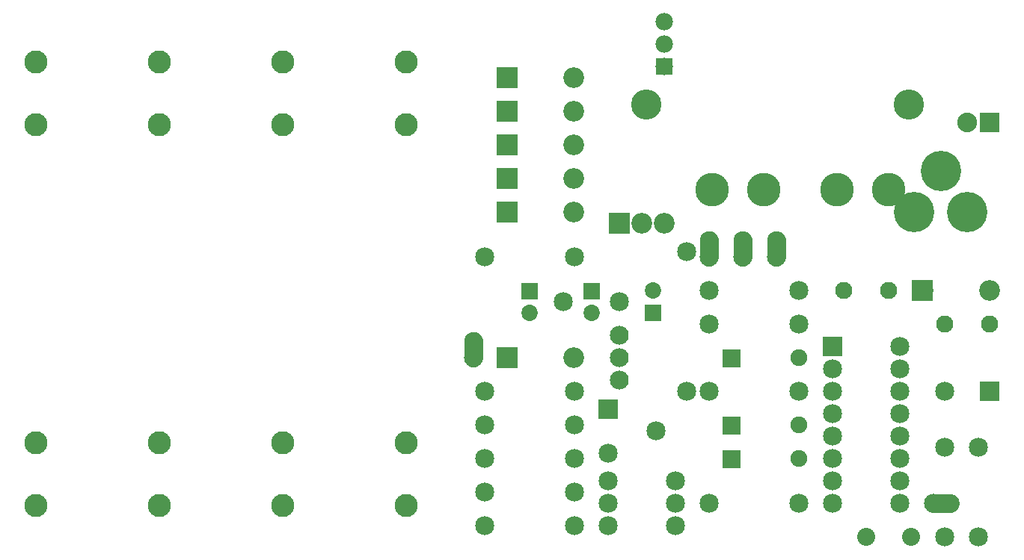
<source format=gbs>
G04 MADE WITH FRITZING*
G04 WWW.FRITZING.ORG*
G04 DOUBLE SIDED*
G04 HOLES PLATED*
G04 CONTOUR ON CENTER OF CONTOUR VECTOR*
%ASAXBY*%
%FSLAX23Y23*%
%MOIN*%
%OFA0B0*%
%SFA1.0B1.0*%
%ADD10C,0.092000*%
%ADD11C,0.080000*%
%ADD12C,0.076555*%
%ADD13C,0.085000*%
%ADD14C,0.078002*%
%ADD15C,0.134994*%
%ADD16C,0.088000*%
%ADD17C,0.084000*%
%ADD18C,0.180000*%
%ADD19C,0.150000*%
%ADD20C,0.075000*%
%ADD21C,0.103000*%
%ADD22C,0.072992*%
%ADD23R,0.092000X0.092000*%
%ADD24R,0.078002X0.078000*%
%ADD25R,0.088000X0.088000*%
%ADD26R,0.085000X0.085000*%
%ADD27R,0.082000X0.082000*%
%ADD28R,0.072992X0.072992*%
%ADD29R,0.001000X0.001000*%
%LNMASK0*%
G90*
G70*
G54D10*
X4302Y1288D03*
X4600Y1288D03*
X2450Y2238D03*
X2748Y2238D03*
G54D11*
X4250Y188D03*
X4050Y188D03*
G54D12*
X4151Y1288D03*
X3950Y1288D03*
X4601Y1138D03*
X4400Y1138D03*
G54D13*
X2700Y1238D03*
X2950Y1238D03*
G54D14*
X3150Y2288D03*
X3150Y2388D03*
X3150Y2488D03*
G54D15*
X4240Y2118D03*
X3070Y2118D03*
G54D16*
X4600Y2038D03*
X4500Y2038D03*
G54D13*
X3250Y1463D03*
X3250Y838D03*
G54D10*
X2450Y988D03*
X2748Y988D03*
G54D17*
X2950Y1088D03*
X2950Y988D03*
X2950Y888D03*
G54D18*
X4264Y1638D03*
X4500Y1638D03*
X4382Y1823D03*
G54D13*
X2750Y238D03*
X2350Y238D03*
X3350Y1138D03*
X3750Y1138D03*
G54D17*
X3350Y1438D03*
X3350Y1438D03*
X3350Y1438D03*
X4350Y338D03*
X4350Y338D03*
X4350Y338D03*
X2300Y988D03*
X2300Y988D03*
X2300Y988D03*
X3500Y1438D03*
X3500Y1438D03*
X3500Y1438D03*
X3650Y1438D03*
X3650Y1438D03*
X3650Y1438D03*
G54D13*
X2900Y760D03*
X3112Y661D03*
X2900Y563D03*
G54D19*
X4150Y1738D03*
X3920Y1738D03*
X3363Y1738D03*
X3593Y1738D03*
G54D13*
X4600Y838D03*
X4400Y838D03*
X3900Y1038D03*
X4200Y1038D03*
X3900Y938D03*
X4200Y938D03*
X3900Y838D03*
X4200Y838D03*
X3900Y738D03*
X4200Y738D03*
X3900Y638D03*
X4200Y638D03*
X3900Y538D03*
X4200Y538D03*
X3900Y438D03*
X4200Y438D03*
X3900Y338D03*
X4200Y338D03*
G54D20*
X3450Y538D03*
X3750Y538D03*
X3450Y688D03*
X3750Y688D03*
X3450Y988D03*
X3750Y988D03*
G54D13*
X4550Y588D03*
X4550Y188D03*
X4400Y588D03*
X4400Y188D03*
G54D10*
X2450Y1638D03*
X2748Y1638D03*
X2450Y1788D03*
X2748Y1788D03*
X2450Y1938D03*
X2748Y1938D03*
X2450Y2088D03*
X2748Y2088D03*
G54D21*
X1450Y328D03*
X1450Y608D03*
X1450Y2308D03*
X1450Y2028D03*
X350Y328D03*
X350Y608D03*
X350Y2308D03*
X350Y2028D03*
X900Y328D03*
X900Y608D03*
X900Y2308D03*
X900Y2028D03*
X2000Y328D03*
X2000Y608D03*
X2000Y2308D03*
X2000Y2028D03*
G54D13*
X2900Y238D03*
X2900Y338D03*
X2900Y438D03*
X3200Y238D03*
X3200Y338D03*
X3200Y438D03*
X2350Y538D03*
X2750Y538D03*
X2350Y688D03*
X2750Y688D03*
G54D10*
X2950Y1588D03*
X3050Y1588D03*
X3150Y1588D03*
G54D13*
X2350Y1438D03*
X2750Y1438D03*
X3350Y1288D03*
X3750Y1288D03*
X2350Y838D03*
X2750Y838D03*
X2350Y388D03*
X2750Y388D03*
X3350Y338D03*
X3750Y338D03*
X3350Y838D03*
X3750Y838D03*
G54D22*
X2825Y1286D03*
X2825Y1188D03*
X3100Y1189D03*
X3100Y1288D03*
X2550Y1286D03*
X2550Y1188D03*
G54D23*
X4301Y1288D03*
X2449Y2238D03*
G54D24*
X3150Y2288D03*
G54D25*
X4600Y2038D03*
G54D23*
X2449Y988D03*
G54D26*
X2900Y760D03*
X4600Y838D03*
X3900Y1038D03*
G54D27*
X3451Y537D03*
X3451Y687D03*
X3451Y987D03*
G54D23*
X2449Y1638D03*
X2449Y1788D03*
X2449Y1938D03*
X2449Y2088D03*
X2950Y1588D03*
G54D28*
X2825Y1286D03*
X3100Y1189D03*
X2550Y1286D03*
G54D29*
X3343Y1553D02*
X3358Y1553D01*
X3493Y1553D02*
X3508Y1553D01*
X3643Y1553D02*
X3658Y1553D01*
X3339Y1552D02*
X3362Y1552D01*
X3489Y1552D02*
X3512Y1552D01*
X3639Y1552D02*
X3662Y1552D01*
X3336Y1551D02*
X3365Y1551D01*
X3486Y1551D02*
X3514Y1551D01*
X3636Y1551D02*
X3664Y1551D01*
X3333Y1550D02*
X3367Y1550D01*
X3483Y1550D02*
X3517Y1550D01*
X3633Y1550D02*
X3667Y1550D01*
X3331Y1549D02*
X3369Y1549D01*
X3481Y1549D02*
X3519Y1549D01*
X3631Y1549D02*
X3669Y1549D01*
X3330Y1548D02*
X3371Y1548D01*
X3480Y1548D02*
X3521Y1548D01*
X3630Y1548D02*
X3671Y1548D01*
X3328Y1547D02*
X3373Y1547D01*
X3478Y1547D02*
X3522Y1547D01*
X3628Y1547D02*
X3672Y1547D01*
X3326Y1546D02*
X3374Y1546D01*
X3476Y1546D02*
X3524Y1546D01*
X3626Y1546D02*
X3674Y1546D01*
X3325Y1545D02*
X3375Y1545D01*
X3475Y1545D02*
X3525Y1545D01*
X3625Y1545D02*
X3675Y1545D01*
X3324Y1544D02*
X3377Y1544D01*
X3474Y1544D02*
X3527Y1544D01*
X3624Y1544D02*
X3677Y1544D01*
X3323Y1543D02*
X3378Y1543D01*
X3473Y1543D02*
X3528Y1543D01*
X3623Y1543D02*
X3678Y1543D01*
X3322Y1542D02*
X3379Y1542D01*
X3472Y1542D02*
X3529Y1542D01*
X3621Y1542D02*
X3679Y1542D01*
X3321Y1541D02*
X3380Y1541D01*
X3471Y1541D02*
X3530Y1541D01*
X3621Y1541D02*
X3680Y1541D01*
X3320Y1540D02*
X3381Y1540D01*
X3470Y1540D02*
X3531Y1540D01*
X3620Y1540D02*
X3681Y1540D01*
X3319Y1539D02*
X3382Y1539D01*
X3469Y1539D02*
X3532Y1539D01*
X3619Y1539D02*
X3682Y1539D01*
X3318Y1538D02*
X3382Y1538D01*
X3468Y1538D02*
X3532Y1538D01*
X3618Y1538D02*
X3682Y1538D01*
X3317Y1537D02*
X3383Y1537D01*
X3467Y1537D02*
X3533Y1537D01*
X3617Y1537D02*
X3683Y1537D01*
X3316Y1536D02*
X3384Y1536D01*
X3466Y1536D02*
X3534Y1536D01*
X3616Y1536D02*
X3684Y1536D01*
X3316Y1535D02*
X3385Y1535D01*
X3466Y1535D02*
X3535Y1535D01*
X3616Y1535D02*
X3685Y1535D01*
X3315Y1534D02*
X3385Y1534D01*
X3465Y1534D02*
X3535Y1534D01*
X3615Y1534D02*
X3685Y1534D01*
X3315Y1533D02*
X3386Y1533D01*
X3465Y1533D02*
X3536Y1533D01*
X3615Y1533D02*
X3686Y1533D01*
X3314Y1532D02*
X3386Y1532D01*
X3464Y1532D02*
X3536Y1532D01*
X3614Y1532D02*
X3686Y1532D01*
X3313Y1531D02*
X3387Y1531D01*
X3463Y1531D02*
X3537Y1531D01*
X3613Y1531D02*
X3687Y1531D01*
X3313Y1530D02*
X3387Y1530D01*
X3463Y1530D02*
X3537Y1530D01*
X3613Y1530D02*
X3687Y1530D01*
X3313Y1529D02*
X3388Y1529D01*
X3462Y1529D02*
X3538Y1529D01*
X3612Y1529D02*
X3688Y1529D01*
X3312Y1528D02*
X3388Y1528D01*
X3462Y1528D02*
X3538Y1528D01*
X3612Y1528D02*
X3688Y1528D01*
X3312Y1527D02*
X3389Y1527D01*
X3462Y1527D02*
X3539Y1527D01*
X3612Y1527D02*
X3689Y1527D01*
X3311Y1526D02*
X3389Y1526D01*
X3461Y1526D02*
X3539Y1526D01*
X3611Y1526D02*
X3689Y1526D01*
X3311Y1525D02*
X3389Y1525D01*
X3461Y1525D02*
X3539Y1525D01*
X3611Y1525D02*
X3689Y1525D01*
X3311Y1524D02*
X3390Y1524D01*
X3461Y1524D02*
X3540Y1524D01*
X3611Y1524D02*
X3690Y1524D01*
X3310Y1523D02*
X3390Y1523D01*
X3460Y1523D02*
X3540Y1523D01*
X3610Y1523D02*
X3690Y1523D01*
X3310Y1522D02*
X3390Y1522D01*
X3460Y1522D02*
X3540Y1522D01*
X3610Y1522D02*
X3690Y1522D01*
X3310Y1521D02*
X3391Y1521D01*
X3460Y1521D02*
X3541Y1521D01*
X3610Y1521D02*
X3691Y1521D01*
X3310Y1520D02*
X3391Y1520D01*
X3460Y1520D02*
X3541Y1520D01*
X3610Y1520D02*
X3691Y1520D01*
X3309Y1519D02*
X3391Y1519D01*
X3459Y1519D02*
X3541Y1519D01*
X3609Y1519D02*
X3691Y1519D01*
X3309Y1518D02*
X3391Y1518D01*
X3459Y1518D02*
X3541Y1518D01*
X3609Y1518D02*
X3691Y1518D01*
X3309Y1517D02*
X3391Y1517D01*
X3459Y1517D02*
X3541Y1517D01*
X3609Y1517D02*
X3691Y1517D01*
X3309Y1516D02*
X3391Y1516D01*
X3459Y1516D02*
X3541Y1516D01*
X3609Y1516D02*
X3691Y1516D01*
X3309Y1515D02*
X3392Y1515D01*
X3459Y1515D02*
X3542Y1515D01*
X3609Y1515D02*
X3692Y1515D01*
X3309Y1514D02*
X3392Y1514D01*
X3459Y1514D02*
X3542Y1514D01*
X3609Y1514D02*
X3692Y1514D01*
X3309Y1513D02*
X3392Y1513D01*
X3459Y1513D02*
X3542Y1513D01*
X3609Y1513D02*
X3692Y1513D01*
X3309Y1512D02*
X3392Y1512D01*
X3459Y1512D02*
X3542Y1512D01*
X3609Y1512D02*
X3692Y1512D01*
X3309Y1511D02*
X3392Y1511D01*
X3459Y1511D02*
X3542Y1511D01*
X3609Y1511D02*
X3692Y1511D01*
X3309Y1510D02*
X3392Y1510D01*
X3459Y1510D02*
X3542Y1510D01*
X3609Y1510D02*
X3692Y1510D01*
X3309Y1509D02*
X3392Y1509D01*
X3459Y1509D02*
X3542Y1509D01*
X3609Y1509D02*
X3692Y1509D01*
X3309Y1508D02*
X3392Y1508D01*
X3459Y1508D02*
X3542Y1508D01*
X3609Y1508D02*
X3692Y1508D01*
X3309Y1507D02*
X3392Y1507D01*
X3459Y1507D02*
X3542Y1507D01*
X3609Y1507D02*
X3692Y1507D01*
X3309Y1506D02*
X3392Y1506D01*
X3459Y1506D02*
X3542Y1506D01*
X3609Y1506D02*
X3692Y1506D01*
X3309Y1505D02*
X3392Y1505D01*
X3459Y1505D02*
X3542Y1505D01*
X3609Y1505D02*
X3692Y1505D01*
X3309Y1504D02*
X3392Y1504D01*
X3459Y1504D02*
X3542Y1504D01*
X3609Y1504D02*
X3692Y1504D01*
X3309Y1503D02*
X3392Y1503D01*
X3459Y1503D02*
X3542Y1503D01*
X3609Y1503D02*
X3692Y1503D01*
X3309Y1502D02*
X3392Y1502D01*
X3459Y1502D02*
X3542Y1502D01*
X3609Y1502D02*
X3692Y1502D01*
X3309Y1501D02*
X3392Y1501D01*
X3459Y1501D02*
X3542Y1501D01*
X3609Y1501D02*
X3692Y1501D01*
X3309Y1500D02*
X3392Y1500D01*
X3459Y1500D02*
X3542Y1500D01*
X3609Y1500D02*
X3692Y1500D01*
X3309Y1499D02*
X3392Y1499D01*
X3459Y1499D02*
X3542Y1499D01*
X3609Y1499D02*
X3692Y1499D01*
X3309Y1498D02*
X3392Y1498D01*
X3459Y1498D02*
X3542Y1498D01*
X3609Y1498D02*
X3692Y1498D01*
X3309Y1497D02*
X3392Y1497D01*
X3459Y1497D02*
X3542Y1497D01*
X3609Y1497D02*
X3692Y1497D01*
X3309Y1496D02*
X3392Y1496D01*
X3459Y1496D02*
X3542Y1496D01*
X3609Y1496D02*
X3692Y1496D01*
X3309Y1495D02*
X3392Y1495D01*
X3459Y1495D02*
X3542Y1495D01*
X3609Y1495D02*
X3692Y1495D01*
X3309Y1494D02*
X3392Y1494D01*
X3459Y1494D02*
X3542Y1494D01*
X3609Y1494D02*
X3692Y1494D01*
X3309Y1493D02*
X3392Y1493D01*
X3459Y1493D02*
X3542Y1493D01*
X3609Y1493D02*
X3692Y1493D01*
X3309Y1492D02*
X3392Y1492D01*
X3459Y1492D02*
X3542Y1492D01*
X3609Y1492D02*
X3692Y1492D01*
X3309Y1491D02*
X3392Y1491D01*
X3459Y1491D02*
X3542Y1491D01*
X3609Y1491D02*
X3692Y1491D01*
X3309Y1490D02*
X3392Y1490D01*
X3459Y1490D02*
X3542Y1490D01*
X3609Y1490D02*
X3692Y1490D01*
X3309Y1489D02*
X3392Y1489D01*
X3459Y1489D02*
X3542Y1489D01*
X3609Y1489D02*
X3692Y1489D01*
X3309Y1488D02*
X3392Y1488D01*
X3459Y1488D02*
X3542Y1488D01*
X3609Y1488D02*
X3692Y1488D01*
X3309Y1487D02*
X3392Y1487D01*
X3459Y1487D02*
X3542Y1487D01*
X3609Y1487D02*
X3692Y1487D01*
X3309Y1486D02*
X3392Y1486D01*
X3459Y1486D02*
X3542Y1486D01*
X3609Y1486D02*
X3692Y1486D01*
X3309Y1485D02*
X3392Y1485D01*
X3459Y1485D02*
X3542Y1485D01*
X3609Y1485D02*
X3692Y1485D01*
X3309Y1484D02*
X3392Y1484D01*
X3459Y1484D02*
X3542Y1484D01*
X3609Y1484D02*
X3692Y1484D01*
X3309Y1483D02*
X3392Y1483D01*
X3459Y1483D02*
X3542Y1483D01*
X3609Y1483D02*
X3692Y1483D01*
X3309Y1482D02*
X3392Y1482D01*
X3459Y1482D02*
X3542Y1482D01*
X3609Y1482D02*
X3692Y1482D01*
X3309Y1481D02*
X3392Y1481D01*
X3459Y1481D02*
X3542Y1481D01*
X3609Y1481D02*
X3692Y1481D01*
X3309Y1480D02*
X3392Y1480D01*
X3459Y1480D02*
X3542Y1480D01*
X3609Y1480D02*
X3692Y1480D01*
X3309Y1479D02*
X3392Y1479D01*
X3459Y1479D02*
X3542Y1479D01*
X3609Y1479D02*
X3692Y1479D01*
X3309Y1478D02*
X3392Y1478D01*
X3459Y1478D02*
X3542Y1478D01*
X3609Y1478D02*
X3692Y1478D01*
X3309Y1477D02*
X3392Y1477D01*
X3459Y1477D02*
X3542Y1477D01*
X3609Y1477D02*
X3692Y1477D01*
X3309Y1476D02*
X3392Y1476D01*
X3459Y1476D02*
X3542Y1476D01*
X3609Y1476D02*
X3692Y1476D01*
X3309Y1475D02*
X3392Y1475D01*
X3459Y1475D02*
X3542Y1475D01*
X3609Y1475D02*
X3692Y1475D01*
X3309Y1474D02*
X3392Y1474D01*
X3459Y1474D02*
X3542Y1474D01*
X3609Y1474D02*
X3692Y1474D01*
X3309Y1473D02*
X3392Y1473D01*
X3459Y1473D02*
X3542Y1473D01*
X3609Y1473D02*
X3692Y1473D01*
X3309Y1472D02*
X3392Y1472D01*
X3459Y1472D02*
X3542Y1472D01*
X3609Y1472D02*
X3692Y1472D01*
X3309Y1471D02*
X3392Y1471D01*
X3459Y1471D02*
X3542Y1471D01*
X3609Y1471D02*
X3692Y1471D01*
X3309Y1470D02*
X3392Y1470D01*
X3459Y1470D02*
X3542Y1470D01*
X3609Y1470D02*
X3692Y1470D01*
X3309Y1469D02*
X3392Y1469D01*
X3459Y1469D02*
X3542Y1469D01*
X3609Y1469D02*
X3692Y1469D01*
X3309Y1468D02*
X3392Y1468D01*
X3459Y1468D02*
X3542Y1468D01*
X3609Y1468D02*
X3692Y1468D01*
X3309Y1467D02*
X3392Y1467D01*
X3459Y1467D02*
X3542Y1467D01*
X3609Y1467D02*
X3692Y1467D01*
X3309Y1466D02*
X3392Y1466D01*
X3459Y1466D02*
X3542Y1466D01*
X3609Y1466D02*
X3692Y1466D01*
X3309Y1465D02*
X3392Y1465D01*
X3459Y1465D02*
X3542Y1465D01*
X3609Y1465D02*
X3692Y1465D01*
X3309Y1464D02*
X3392Y1464D01*
X3459Y1464D02*
X3542Y1464D01*
X3609Y1464D02*
X3692Y1464D01*
X3309Y1463D02*
X3392Y1463D01*
X3459Y1463D02*
X3542Y1463D01*
X3609Y1463D02*
X3692Y1463D01*
X3309Y1462D02*
X3392Y1462D01*
X3459Y1462D02*
X3542Y1462D01*
X3609Y1462D02*
X3692Y1462D01*
X3309Y1461D02*
X3392Y1461D01*
X3459Y1461D02*
X3542Y1461D01*
X3609Y1461D02*
X3692Y1461D01*
X3309Y1460D02*
X3392Y1460D01*
X3459Y1460D02*
X3542Y1460D01*
X3609Y1460D02*
X3692Y1460D01*
X3309Y1459D02*
X3392Y1459D01*
X3459Y1459D02*
X3542Y1459D01*
X3609Y1459D02*
X3692Y1459D01*
X3309Y1458D02*
X3392Y1458D01*
X3459Y1458D02*
X3542Y1458D01*
X3609Y1458D02*
X3692Y1458D01*
X3309Y1457D02*
X3392Y1457D01*
X3459Y1457D02*
X3542Y1457D01*
X3609Y1457D02*
X3692Y1457D01*
X3309Y1456D02*
X3392Y1456D01*
X3459Y1456D02*
X3542Y1456D01*
X3609Y1456D02*
X3692Y1456D01*
X3309Y1455D02*
X3392Y1455D01*
X3459Y1455D02*
X3542Y1455D01*
X3609Y1455D02*
X3692Y1455D01*
X3309Y1454D02*
X3344Y1454D01*
X3356Y1454D02*
X3392Y1454D01*
X3459Y1454D02*
X3494Y1454D01*
X3506Y1454D02*
X3542Y1454D01*
X3609Y1454D02*
X3644Y1454D01*
X3656Y1454D02*
X3692Y1454D01*
X3309Y1453D02*
X3342Y1453D01*
X3358Y1453D02*
X3392Y1453D01*
X3459Y1453D02*
X3492Y1453D01*
X3508Y1453D02*
X3542Y1453D01*
X3609Y1453D02*
X3642Y1453D01*
X3658Y1453D02*
X3692Y1453D01*
X3309Y1452D02*
X3340Y1452D01*
X3360Y1452D02*
X3392Y1452D01*
X3459Y1452D02*
X3490Y1452D01*
X3510Y1452D02*
X3542Y1452D01*
X3609Y1452D02*
X3640Y1452D01*
X3660Y1452D02*
X3692Y1452D01*
X3309Y1451D02*
X3339Y1451D01*
X3361Y1451D02*
X3392Y1451D01*
X3459Y1451D02*
X3489Y1451D01*
X3511Y1451D02*
X3542Y1451D01*
X3609Y1451D02*
X3639Y1451D01*
X3661Y1451D02*
X3692Y1451D01*
X3309Y1450D02*
X3338Y1450D01*
X3363Y1450D02*
X3392Y1450D01*
X3459Y1450D02*
X3488Y1450D01*
X3513Y1450D02*
X3542Y1450D01*
X3609Y1450D02*
X3638Y1450D01*
X3663Y1450D02*
X3692Y1450D01*
X3309Y1449D02*
X3337Y1449D01*
X3363Y1449D02*
X3392Y1449D01*
X3459Y1449D02*
X3487Y1449D01*
X3513Y1449D02*
X3542Y1449D01*
X3609Y1449D02*
X3637Y1449D01*
X3663Y1449D02*
X3692Y1449D01*
X3309Y1448D02*
X3336Y1448D01*
X3364Y1448D02*
X3392Y1448D01*
X3459Y1448D02*
X3486Y1448D01*
X3514Y1448D02*
X3542Y1448D01*
X3609Y1448D02*
X3636Y1448D01*
X3664Y1448D02*
X3692Y1448D01*
X3309Y1447D02*
X3335Y1447D01*
X3365Y1447D02*
X3392Y1447D01*
X3459Y1447D02*
X3485Y1447D01*
X3515Y1447D02*
X3542Y1447D01*
X3609Y1447D02*
X3635Y1447D01*
X3665Y1447D02*
X3692Y1447D01*
X3309Y1446D02*
X3335Y1446D01*
X3366Y1446D02*
X3392Y1446D01*
X3459Y1446D02*
X3485Y1446D01*
X3516Y1446D02*
X3542Y1446D01*
X3609Y1446D02*
X3635Y1446D01*
X3666Y1446D02*
X3692Y1446D01*
X3309Y1445D02*
X3334Y1445D01*
X3366Y1445D02*
X3392Y1445D01*
X3459Y1445D02*
X3484Y1445D01*
X3516Y1445D02*
X3542Y1445D01*
X3609Y1445D02*
X3634Y1445D01*
X3666Y1445D02*
X3692Y1445D01*
X3309Y1444D02*
X3334Y1444D01*
X3367Y1444D02*
X3392Y1444D01*
X3459Y1444D02*
X3484Y1444D01*
X3517Y1444D02*
X3542Y1444D01*
X3609Y1444D02*
X3634Y1444D01*
X3667Y1444D02*
X3692Y1444D01*
X3309Y1443D02*
X3333Y1443D01*
X3367Y1443D02*
X3392Y1443D01*
X3459Y1443D02*
X3483Y1443D01*
X3517Y1443D02*
X3542Y1443D01*
X3609Y1443D02*
X3633Y1443D01*
X3667Y1443D02*
X3692Y1443D01*
X3309Y1442D02*
X3333Y1442D01*
X3367Y1442D02*
X3392Y1442D01*
X3459Y1442D02*
X3483Y1442D01*
X3517Y1442D02*
X3542Y1442D01*
X3609Y1442D02*
X3633Y1442D01*
X3667Y1442D02*
X3692Y1442D01*
X3309Y1441D02*
X3333Y1441D01*
X3367Y1441D02*
X3392Y1441D01*
X3459Y1441D02*
X3483Y1441D01*
X3517Y1441D02*
X3542Y1441D01*
X3609Y1441D02*
X3633Y1441D01*
X3667Y1441D02*
X3692Y1441D01*
X3309Y1440D02*
X3333Y1440D01*
X3368Y1440D02*
X3392Y1440D01*
X3459Y1440D02*
X3483Y1440D01*
X3518Y1440D02*
X3542Y1440D01*
X3609Y1440D02*
X3633Y1440D01*
X3667Y1440D02*
X3692Y1440D01*
X3309Y1439D02*
X3333Y1439D01*
X3368Y1439D02*
X3392Y1439D01*
X3459Y1439D02*
X3483Y1439D01*
X3518Y1439D02*
X3542Y1439D01*
X3609Y1439D02*
X3633Y1439D01*
X3668Y1439D02*
X3692Y1439D01*
X3309Y1438D02*
X3333Y1438D01*
X3368Y1438D02*
X3392Y1438D01*
X3459Y1438D02*
X3483Y1438D01*
X3518Y1438D02*
X3542Y1438D01*
X3609Y1438D02*
X3633Y1438D01*
X3668Y1438D02*
X3692Y1438D01*
X3309Y1437D02*
X3333Y1437D01*
X3368Y1437D02*
X3392Y1437D01*
X3459Y1437D02*
X3483Y1437D01*
X3518Y1437D02*
X3542Y1437D01*
X3609Y1437D02*
X3633Y1437D01*
X3668Y1437D02*
X3692Y1437D01*
X3309Y1436D02*
X3333Y1436D01*
X3368Y1436D02*
X3392Y1436D01*
X3459Y1436D02*
X3483Y1436D01*
X3518Y1436D02*
X3542Y1436D01*
X3609Y1436D02*
X3633Y1436D01*
X3668Y1436D02*
X3692Y1436D01*
X3309Y1435D02*
X3333Y1435D01*
X3367Y1435D02*
X3392Y1435D01*
X3459Y1435D02*
X3483Y1435D01*
X3517Y1435D02*
X3542Y1435D01*
X3609Y1435D02*
X3633Y1435D01*
X3667Y1435D02*
X3692Y1435D01*
X3309Y1434D02*
X3333Y1434D01*
X3367Y1434D02*
X3392Y1434D01*
X3459Y1434D02*
X3483Y1434D01*
X3517Y1434D02*
X3541Y1434D01*
X3609Y1434D02*
X3633Y1434D01*
X3667Y1434D02*
X3691Y1434D01*
X3309Y1433D02*
X3333Y1433D01*
X3367Y1433D02*
X3391Y1433D01*
X3459Y1433D02*
X3483Y1433D01*
X3517Y1433D02*
X3541Y1433D01*
X3609Y1433D02*
X3633Y1433D01*
X3667Y1433D02*
X3691Y1433D01*
X3309Y1432D02*
X3334Y1432D01*
X3367Y1432D02*
X3391Y1432D01*
X3459Y1432D02*
X3484Y1432D01*
X3517Y1432D02*
X3541Y1432D01*
X3609Y1432D02*
X3634Y1432D01*
X3667Y1432D02*
X3691Y1432D01*
X3309Y1431D02*
X3334Y1431D01*
X3366Y1431D02*
X3391Y1431D01*
X3459Y1431D02*
X3484Y1431D01*
X3516Y1431D02*
X3541Y1431D01*
X3609Y1431D02*
X3634Y1431D01*
X3666Y1431D02*
X3691Y1431D01*
X3310Y1430D02*
X3335Y1430D01*
X3366Y1430D02*
X3391Y1430D01*
X3460Y1430D02*
X3485Y1430D01*
X3516Y1430D02*
X3541Y1430D01*
X3609Y1430D02*
X3635Y1430D01*
X3666Y1430D02*
X3691Y1430D01*
X3310Y1429D02*
X3335Y1429D01*
X3365Y1429D02*
X3391Y1429D01*
X3460Y1429D02*
X3485Y1429D01*
X3515Y1429D02*
X3541Y1429D01*
X3610Y1429D02*
X3635Y1429D01*
X3665Y1429D02*
X3691Y1429D01*
X3310Y1428D02*
X3336Y1428D01*
X3365Y1428D02*
X3390Y1428D01*
X3460Y1428D02*
X3486Y1428D01*
X3515Y1428D02*
X3540Y1428D01*
X3610Y1428D02*
X3636Y1428D01*
X3665Y1428D02*
X3690Y1428D01*
X3310Y1427D02*
X3337Y1427D01*
X3364Y1427D02*
X3390Y1427D01*
X3460Y1427D02*
X3487Y1427D01*
X3514Y1427D02*
X3540Y1427D01*
X3610Y1427D02*
X3637Y1427D01*
X3664Y1427D02*
X3690Y1427D01*
X3311Y1426D02*
X3338Y1426D01*
X3363Y1426D02*
X3390Y1426D01*
X3461Y1426D02*
X3488Y1426D01*
X3513Y1426D02*
X3540Y1426D01*
X3610Y1426D02*
X3638Y1426D01*
X3663Y1426D02*
X3690Y1426D01*
X3311Y1425D02*
X3339Y1425D01*
X3362Y1425D02*
X3390Y1425D01*
X3461Y1425D02*
X3489Y1425D01*
X3512Y1425D02*
X3540Y1425D01*
X3611Y1425D02*
X3639Y1425D01*
X3662Y1425D02*
X3690Y1425D01*
X3311Y1424D02*
X3340Y1424D01*
X3361Y1424D02*
X3389Y1424D01*
X3461Y1424D02*
X3490Y1424D01*
X3511Y1424D02*
X3539Y1424D01*
X3611Y1424D02*
X3640Y1424D01*
X3661Y1424D02*
X3689Y1424D01*
X3312Y1423D02*
X3341Y1423D01*
X3359Y1423D02*
X3389Y1423D01*
X3462Y1423D02*
X3491Y1423D01*
X3509Y1423D02*
X3539Y1423D01*
X3612Y1423D02*
X3641Y1423D01*
X3659Y1423D02*
X3689Y1423D01*
X3312Y1422D02*
X3343Y1422D01*
X3357Y1422D02*
X3388Y1422D01*
X3462Y1422D02*
X3493Y1422D01*
X3507Y1422D02*
X3538Y1422D01*
X3612Y1422D02*
X3643Y1422D01*
X3657Y1422D02*
X3688Y1422D01*
X3312Y1421D02*
X3348Y1421D01*
X3352Y1421D02*
X3388Y1421D01*
X3462Y1421D02*
X3498Y1421D01*
X3502Y1421D02*
X3538Y1421D01*
X3612Y1421D02*
X3648Y1421D01*
X3652Y1421D02*
X3688Y1421D01*
X3313Y1420D02*
X3388Y1420D01*
X3463Y1420D02*
X3538Y1420D01*
X3613Y1420D02*
X3688Y1420D01*
X3313Y1419D02*
X3387Y1419D01*
X3463Y1419D02*
X3537Y1419D01*
X3613Y1419D02*
X3687Y1419D01*
X3314Y1418D02*
X3387Y1418D01*
X3464Y1418D02*
X3537Y1418D01*
X3614Y1418D02*
X3687Y1418D01*
X3314Y1417D02*
X3386Y1417D01*
X3464Y1417D02*
X3536Y1417D01*
X3614Y1417D02*
X3686Y1417D01*
X3315Y1416D02*
X3385Y1416D01*
X3465Y1416D02*
X3535Y1416D01*
X3615Y1416D02*
X3685Y1416D01*
X3316Y1415D02*
X3385Y1415D01*
X3466Y1415D02*
X3535Y1415D01*
X3616Y1415D02*
X3685Y1415D01*
X3316Y1414D02*
X3384Y1414D01*
X3466Y1414D02*
X3534Y1414D01*
X3616Y1414D02*
X3684Y1414D01*
X3317Y1413D02*
X3383Y1413D01*
X3467Y1413D02*
X3533Y1413D01*
X3617Y1413D02*
X3683Y1413D01*
X3318Y1412D02*
X3383Y1412D01*
X3468Y1412D02*
X3533Y1412D01*
X3618Y1412D02*
X3683Y1412D01*
X3318Y1411D02*
X3382Y1411D01*
X3468Y1411D02*
X3532Y1411D01*
X3618Y1411D02*
X3682Y1411D01*
X3319Y1410D02*
X3381Y1410D01*
X3469Y1410D02*
X3531Y1410D01*
X3619Y1410D02*
X3681Y1410D01*
X3320Y1409D02*
X3380Y1409D01*
X3470Y1409D02*
X3530Y1409D01*
X3620Y1409D02*
X3680Y1409D01*
X3321Y1408D02*
X3379Y1408D01*
X3471Y1408D02*
X3529Y1408D01*
X3621Y1408D02*
X3679Y1408D01*
X3322Y1407D02*
X3378Y1407D01*
X3472Y1407D02*
X3528Y1407D01*
X3622Y1407D02*
X3678Y1407D01*
X3323Y1406D02*
X3377Y1406D01*
X3473Y1406D02*
X3527Y1406D01*
X3623Y1406D02*
X3677Y1406D01*
X3325Y1405D02*
X3376Y1405D01*
X3475Y1405D02*
X3526Y1405D01*
X3625Y1405D02*
X3676Y1405D01*
X3326Y1404D02*
X3374Y1404D01*
X3476Y1404D02*
X3524Y1404D01*
X3626Y1404D02*
X3674Y1404D01*
X3327Y1403D02*
X3373Y1403D01*
X3477Y1403D02*
X3523Y1403D01*
X3627Y1403D02*
X3673Y1403D01*
X3329Y1402D02*
X3371Y1402D01*
X3479Y1402D02*
X3521Y1402D01*
X3629Y1402D02*
X3671Y1402D01*
X3331Y1401D02*
X3370Y1401D01*
X3481Y1401D02*
X3520Y1401D01*
X3631Y1401D02*
X3670Y1401D01*
X3333Y1400D02*
X3368Y1400D01*
X3483Y1400D02*
X3518Y1400D01*
X3633Y1400D02*
X3668Y1400D01*
X3335Y1399D02*
X3365Y1399D01*
X3485Y1399D02*
X3515Y1399D01*
X3635Y1399D02*
X3665Y1399D01*
X3338Y1398D02*
X3363Y1398D01*
X3488Y1398D02*
X3513Y1398D01*
X3638Y1398D02*
X3663Y1398D01*
X3341Y1397D02*
X3359Y1397D01*
X3491Y1397D02*
X3509Y1397D01*
X3641Y1397D02*
X3659Y1397D01*
X3348Y1396D02*
X3352Y1396D01*
X3498Y1396D02*
X3502Y1396D01*
X3648Y1396D02*
X3652Y1396D01*
X2292Y1103D02*
X2308Y1103D01*
X2288Y1102D02*
X2312Y1102D01*
X2286Y1101D02*
X2315Y1101D01*
X2283Y1100D02*
X2317Y1100D01*
X2281Y1099D02*
X2319Y1099D01*
X2279Y1098D02*
X2321Y1098D01*
X2278Y1097D02*
X2323Y1097D01*
X2276Y1096D02*
X2324Y1096D01*
X2275Y1095D02*
X2326Y1095D01*
X2274Y1094D02*
X2327Y1094D01*
X2273Y1093D02*
X2328Y1093D01*
X2271Y1092D02*
X2329Y1092D01*
X2270Y1091D02*
X2330Y1091D01*
X2270Y1090D02*
X2331Y1090D01*
X2269Y1089D02*
X2332Y1089D01*
X2268Y1088D02*
X2333Y1088D01*
X2267Y1087D02*
X2333Y1087D01*
X2266Y1086D02*
X2334Y1086D01*
X2266Y1085D02*
X2335Y1085D01*
X2265Y1084D02*
X2335Y1084D01*
X2265Y1083D02*
X2336Y1083D01*
X2264Y1082D02*
X2337Y1082D01*
X2263Y1081D02*
X2337Y1081D01*
X2263Y1080D02*
X2338Y1080D01*
X2263Y1079D02*
X2338Y1079D01*
X2262Y1078D02*
X2339Y1078D01*
X2262Y1077D02*
X2339Y1077D01*
X2261Y1076D02*
X2339Y1076D01*
X2261Y1075D02*
X2340Y1075D01*
X2261Y1074D02*
X2340Y1074D01*
X2260Y1073D02*
X2340Y1073D01*
X2260Y1072D02*
X2340Y1072D01*
X2260Y1071D02*
X2341Y1071D01*
X2260Y1070D02*
X2341Y1070D01*
X2259Y1069D02*
X2341Y1069D01*
X2259Y1068D02*
X2341Y1068D01*
X2259Y1067D02*
X2341Y1067D01*
X2259Y1066D02*
X2342Y1066D01*
X2259Y1065D02*
X2342Y1065D01*
X2259Y1064D02*
X2342Y1064D01*
X2259Y1063D02*
X2342Y1063D01*
X2259Y1062D02*
X2342Y1062D01*
X2259Y1061D02*
X2342Y1061D01*
X2259Y1060D02*
X2342Y1060D01*
X2259Y1059D02*
X2342Y1059D01*
X2259Y1058D02*
X2342Y1058D01*
X2259Y1057D02*
X2342Y1057D01*
X2259Y1056D02*
X2342Y1056D01*
X2259Y1055D02*
X2342Y1055D01*
X2259Y1054D02*
X2342Y1054D01*
X2259Y1053D02*
X2342Y1053D01*
X2259Y1052D02*
X2342Y1052D01*
X2259Y1051D02*
X2342Y1051D01*
X2259Y1050D02*
X2342Y1050D01*
X2259Y1049D02*
X2342Y1049D01*
X2259Y1048D02*
X2342Y1048D01*
X2259Y1047D02*
X2342Y1047D01*
X2259Y1046D02*
X2342Y1046D01*
X2259Y1045D02*
X2342Y1045D01*
X2259Y1044D02*
X2342Y1044D01*
X2259Y1043D02*
X2342Y1043D01*
X2259Y1042D02*
X2342Y1042D01*
X2259Y1041D02*
X2342Y1041D01*
X2259Y1040D02*
X2342Y1040D01*
X2259Y1039D02*
X2342Y1039D01*
X2259Y1038D02*
X2342Y1038D01*
X2259Y1037D02*
X2342Y1037D01*
X2259Y1036D02*
X2342Y1036D01*
X2259Y1035D02*
X2342Y1035D01*
X2259Y1034D02*
X2342Y1034D01*
X2259Y1033D02*
X2342Y1033D01*
X2259Y1032D02*
X2342Y1032D01*
X2259Y1031D02*
X2342Y1031D01*
X2259Y1030D02*
X2342Y1030D01*
X2259Y1029D02*
X2342Y1029D01*
X2259Y1028D02*
X2342Y1028D01*
X2259Y1027D02*
X2342Y1027D01*
X2259Y1026D02*
X2342Y1026D01*
X2259Y1025D02*
X2342Y1025D01*
X2259Y1024D02*
X2342Y1024D01*
X2259Y1023D02*
X2342Y1023D01*
X2259Y1022D02*
X2342Y1022D01*
X2259Y1021D02*
X2342Y1021D01*
X2259Y1020D02*
X2342Y1020D01*
X2259Y1019D02*
X2342Y1019D01*
X2259Y1018D02*
X2342Y1018D01*
X2259Y1017D02*
X2342Y1017D01*
X2259Y1016D02*
X2342Y1016D01*
X2259Y1015D02*
X2342Y1015D01*
X2259Y1014D02*
X2342Y1014D01*
X2259Y1013D02*
X2342Y1013D01*
X2259Y1012D02*
X2342Y1012D01*
X2259Y1011D02*
X2342Y1011D01*
X2259Y1010D02*
X2342Y1010D01*
X2259Y1009D02*
X2342Y1009D01*
X2259Y1008D02*
X2342Y1008D01*
X2259Y1007D02*
X2342Y1007D01*
X2259Y1006D02*
X2342Y1006D01*
X2259Y1005D02*
X2342Y1005D01*
X2259Y1004D02*
X2294Y1004D01*
X2307Y1004D02*
X2342Y1004D01*
X2259Y1003D02*
X2292Y1003D01*
X2309Y1003D02*
X2342Y1003D01*
X2259Y1002D02*
X2290Y1002D01*
X2310Y1002D02*
X2342Y1002D01*
X2259Y1001D02*
X2289Y1001D01*
X2312Y1001D02*
X2342Y1001D01*
X2259Y1000D02*
X2288Y1000D01*
X2313Y1000D02*
X2342Y1000D01*
X2259Y999D02*
X2287Y999D01*
X2314Y999D02*
X2342Y999D01*
X2259Y998D02*
X2286Y998D01*
X2315Y998D02*
X2342Y998D01*
X2259Y997D02*
X2285Y997D01*
X2315Y997D02*
X2342Y997D01*
X2259Y996D02*
X2285Y996D01*
X2316Y996D02*
X2342Y996D01*
X2259Y995D02*
X2284Y995D01*
X2316Y995D02*
X2342Y995D01*
X2259Y994D02*
X2284Y994D01*
X2317Y994D02*
X2342Y994D01*
X2259Y993D02*
X2284Y993D01*
X2317Y993D02*
X2342Y993D01*
X2259Y992D02*
X2283Y992D01*
X2317Y992D02*
X2342Y992D01*
X2259Y991D02*
X2283Y991D01*
X2318Y991D02*
X2342Y991D01*
X2259Y990D02*
X2283Y990D01*
X2318Y990D02*
X2342Y990D01*
X2259Y989D02*
X2283Y989D01*
X2318Y989D02*
X2342Y989D01*
X2259Y988D02*
X2283Y988D01*
X2318Y988D02*
X2342Y988D01*
X2259Y987D02*
X2283Y987D01*
X2318Y987D02*
X2342Y987D01*
X2259Y986D02*
X2283Y986D01*
X2318Y986D02*
X2342Y986D01*
X2259Y985D02*
X2283Y985D01*
X2318Y985D02*
X2342Y985D01*
X2259Y984D02*
X2283Y984D01*
X2317Y984D02*
X2342Y984D01*
X2259Y983D02*
X2284Y983D01*
X2317Y983D02*
X2341Y983D01*
X2259Y982D02*
X2284Y982D01*
X2317Y982D02*
X2341Y982D01*
X2259Y981D02*
X2284Y981D01*
X2316Y981D02*
X2341Y981D01*
X2260Y980D02*
X2285Y980D01*
X2316Y980D02*
X2341Y980D01*
X2260Y979D02*
X2285Y979D01*
X2315Y979D02*
X2341Y979D01*
X2260Y978D02*
X2286Y978D01*
X2315Y978D02*
X2340Y978D01*
X2260Y977D02*
X2287Y977D01*
X2314Y977D02*
X2340Y977D01*
X2261Y976D02*
X2288Y976D01*
X2313Y976D02*
X2340Y976D01*
X2261Y975D02*
X2289Y975D01*
X2312Y975D02*
X2340Y975D01*
X2261Y974D02*
X2290Y974D01*
X2310Y974D02*
X2339Y974D01*
X2262Y973D02*
X2292Y973D01*
X2309Y973D02*
X2339Y973D01*
X2262Y972D02*
X2294Y972D01*
X2307Y972D02*
X2339Y972D01*
X2263Y971D02*
X2338Y971D01*
X2263Y970D02*
X2338Y970D01*
X2263Y969D02*
X2337Y969D01*
X2264Y968D02*
X2337Y968D01*
X2265Y967D02*
X2336Y967D01*
X2265Y966D02*
X2335Y966D01*
X2266Y965D02*
X2335Y965D01*
X2266Y964D02*
X2334Y964D01*
X2267Y963D02*
X2333Y963D01*
X2268Y962D02*
X2333Y962D01*
X2269Y961D02*
X2332Y961D01*
X2270Y960D02*
X2331Y960D01*
X2270Y959D02*
X2330Y959D01*
X2271Y958D02*
X2329Y958D01*
X2273Y957D02*
X2328Y957D01*
X2274Y956D02*
X2327Y956D01*
X2275Y955D02*
X2326Y955D01*
X2276Y954D02*
X2324Y954D01*
X2278Y953D02*
X2323Y953D01*
X2279Y952D02*
X2321Y952D01*
X2281Y951D02*
X2319Y951D01*
X2283Y950D02*
X2317Y950D01*
X2286Y949D02*
X2315Y949D01*
X2288Y948D02*
X2312Y948D01*
X2292Y947D02*
X2309Y947D01*
X4347Y380D02*
X4427Y380D01*
X4341Y379D02*
X4433Y379D01*
X4338Y378D02*
X4437Y378D01*
X4335Y377D02*
X4439Y377D01*
X4333Y376D02*
X4442Y376D01*
X4331Y375D02*
X4444Y375D01*
X4329Y374D02*
X4445Y374D01*
X4327Y373D02*
X4447Y373D01*
X4326Y372D02*
X4448Y372D01*
X4324Y371D02*
X4450Y371D01*
X4323Y370D02*
X4451Y370D01*
X4322Y369D02*
X4452Y369D01*
X4321Y368D02*
X4453Y368D01*
X4320Y367D02*
X4454Y367D01*
X4319Y366D02*
X4455Y366D01*
X4318Y365D02*
X4456Y365D01*
X4318Y364D02*
X4457Y364D01*
X4317Y363D02*
X4457Y363D01*
X4316Y362D02*
X4458Y362D01*
X4315Y361D02*
X4459Y361D01*
X4315Y360D02*
X4459Y360D01*
X4314Y359D02*
X4460Y359D01*
X4314Y358D02*
X4461Y358D01*
X4313Y357D02*
X4461Y357D01*
X4313Y356D02*
X4462Y356D01*
X4312Y355D02*
X4347Y355D01*
X4353Y355D02*
X4462Y355D01*
X4312Y354D02*
X4343Y354D01*
X4357Y354D02*
X4462Y354D01*
X4311Y353D02*
X4341Y353D01*
X4359Y353D02*
X4463Y353D01*
X4311Y352D02*
X4340Y352D01*
X4361Y352D02*
X4463Y352D01*
X4311Y351D02*
X4339Y351D01*
X4362Y351D02*
X4464Y351D01*
X4310Y350D02*
X4337Y350D01*
X4363Y350D02*
X4464Y350D01*
X4310Y349D02*
X4337Y349D01*
X4364Y349D02*
X4464Y349D01*
X4310Y348D02*
X4336Y348D01*
X4365Y348D02*
X4464Y348D01*
X4310Y347D02*
X4335Y347D01*
X4365Y347D02*
X4465Y347D01*
X4309Y346D02*
X4335Y346D01*
X4366Y346D02*
X4465Y346D01*
X4309Y345D02*
X4334Y345D01*
X4366Y345D02*
X4465Y345D01*
X4309Y344D02*
X4334Y344D01*
X4367Y344D02*
X4465Y344D01*
X4309Y343D02*
X4333Y343D01*
X4367Y343D02*
X4465Y343D01*
X4309Y342D02*
X4333Y342D01*
X4367Y342D02*
X4465Y342D01*
X4309Y341D02*
X4333Y341D01*
X4367Y341D02*
X4465Y341D01*
X4309Y340D02*
X4333Y340D01*
X4367Y340D02*
X4466Y340D01*
X4309Y339D02*
X4333Y339D01*
X4368Y339D02*
X4466Y339D01*
X4309Y338D02*
X4333Y338D01*
X4368Y338D02*
X4466Y338D01*
X4309Y337D02*
X4333Y337D01*
X4368Y337D02*
X4466Y337D01*
X4309Y336D02*
X4333Y336D01*
X4367Y336D02*
X4465Y336D01*
X4309Y335D02*
X4333Y335D01*
X4367Y335D02*
X4465Y335D01*
X4309Y334D02*
X4333Y334D01*
X4367Y334D02*
X4465Y334D01*
X4309Y333D02*
X4333Y333D01*
X4367Y333D02*
X4465Y333D01*
X4309Y332D02*
X4334Y332D01*
X4367Y332D02*
X4465Y332D01*
X4309Y331D02*
X4334Y331D01*
X4366Y331D02*
X4465Y331D01*
X4309Y330D02*
X4335Y330D01*
X4366Y330D02*
X4465Y330D01*
X4310Y329D02*
X4335Y329D01*
X4365Y329D02*
X4464Y329D01*
X4310Y328D02*
X4336Y328D01*
X4364Y328D02*
X4464Y328D01*
X4310Y327D02*
X4337Y327D01*
X4363Y327D02*
X4464Y327D01*
X4311Y326D02*
X4338Y326D01*
X4362Y326D02*
X4464Y326D01*
X4311Y325D02*
X4339Y325D01*
X4361Y325D02*
X4463Y325D01*
X4311Y324D02*
X4340Y324D01*
X4360Y324D02*
X4463Y324D01*
X4312Y323D02*
X4342Y323D01*
X4358Y323D02*
X4463Y323D01*
X4312Y322D02*
X4344Y322D01*
X4356Y322D02*
X4462Y322D01*
X4312Y321D02*
X4462Y321D01*
X4313Y320D02*
X4461Y320D01*
X4313Y319D02*
X4461Y319D01*
X4314Y318D02*
X4460Y318D01*
X4315Y317D02*
X4460Y317D01*
X4315Y316D02*
X4459Y316D01*
X4316Y315D02*
X4459Y315D01*
X4316Y314D02*
X4458Y314D01*
X4317Y313D02*
X4457Y313D01*
X4318Y312D02*
X4456Y312D01*
X4319Y311D02*
X4456Y311D01*
X4320Y310D02*
X4455Y310D01*
X4320Y309D02*
X4454Y309D01*
X4321Y308D02*
X4453Y308D01*
X4323Y307D02*
X4452Y307D01*
X4324Y306D02*
X4451Y306D01*
X4325Y305D02*
X4449Y305D01*
X4326Y304D02*
X4448Y304D01*
X4328Y303D02*
X4446Y303D01*
X4330Y302D02*
X4445Y302D01*
X4331Y301D02*
X4443Y301D01*
X4333Y300D02*
X4441Y300D01*
X4336Y299D02*
X4438Y299D01*
X4339Y298D02*
X4435Y298D01*
X4343Y297D02*
X4431Y297D01*
D02*
G04 End of Mask0*
M02*
</source>
